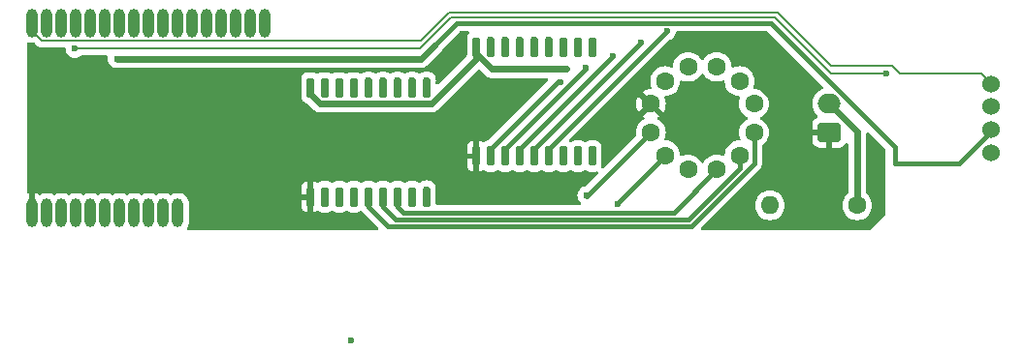
<source format=gbr>
%TF.GenerationSoftware,KiCad,Pcbnew,8.0.3*%
%TF.CreationDate,2024-07-12T14:10:18+09:00*%
%TF.ProjectId,Unit-LD8035E,556e6974-2d4c-4443-9830-3335452e6b69,rev?*%
%TF.SameCoordinates,Original*%
%TF.FileFunction,Copper,L1,Top*%
%TF.FilePolarity,Positive*%
%FSLAX46Y46*%
G04 Gerber Fmt 4.6, Leading zero omitted, Abs format (unit mm)*
G04 Created by KiCad (PCBNEW 8.0.3) date 2024-07-12 14:10:18*
%MOMM*%
%LPD*%
G01*
G04 APERTURE LIST*
G04 Aperture macros list*
%AMRoundRect*
0 Rectangle with rounded corners*
0 $1 Rounding radius*
0 $2 $3 $4 $5 $6 $7 $8 $9 X,Y pos of 4 corners*
0 Add a 4 corners polygon primitive as box body*
4,1,4,$2,$3,$4,$5,$6,$7,$8,$9,$2,$3,0*
0 Add four circle primitives for the rounded corners*
1,1,$1+$1,$2,$3*
1,1,$1+$1,$4,$5*
1,1,$1+$1,$6,$7*
1,1,$1+$1,$8,$9*
0 Add four rect primitives between the rounded corners*
20,1,$1+$1,$2,$3,$4,$5,0*
20,1,$1+$1,$4,$5,$6,$7,0*
20,1,$1+$1,$6,$7,$8,$9,0*
20,1,$1+$1,$8,$9,$2,$3,0*%
G04 Aperture macros list end*
%TA.AperFunction,ComponentPad*%
%ADD10C,1.600000*%
%TD*%
%TA.AperFunction,ComponentPad*%
%ADD11RoundRect,0.500000X-0.008000X0.750000X-0.008000X-0.750000X0.008000X-0.750000X0.008000X0.750000X0*%
%TD*%
%TA.AperFunction,ComponentPad*%
%ADD12RoundRect,0.500000X0.008000X-0.750000X0.008000X0.750000X-0.008000X0.750000X-0.008000X-0.750000X0*%
%TD*%
%TA.AperFunction,SMDPad,CuDef*%
%ADD13RoundRect,0.150000X-0.150000X0.725000X-0.150000X-0.725000X0.150000X-0.725000X0.150000X0.725000X0*%
%TD*%
%TA.AperFunction,ComponentPad*%
%ADD14O,1.600000X1.600000*%
%TD*%
%TA.AperFunction,ComponentPad*%
%ADD15RoundRect,0.250000X0.750000X-0.600000X0.750000X0.600000X-0.750000X0.600000X-0.750000X-0.600000X0*%
%TD*%
%TA.AperFunction,ComponentPad*%
%ADD16O,2.000000X1.700000*%
%TD*%
%TA.AperFunction,ComponentPad*%
%ADD17C,1.524000*%
%TD*%
%TA.AperFunction,ViaPad*%
%ADD18C,0.600000*%
%TD*%
%TA.AperFunction,Conductor*%
%ADD19C,0.400000*%
%TD*%
%TA.AperFunction,Conductor*%
%ADD20C,0.200000*%
%TD*%
%TA.AperFunction,Conductor*%
%ADD21C,0.600000*%
%TD*%
G04 APERTURE END LIST*
D10*
%TO.P,V1,1,dp*%
%TO.N,Net-(U1-OUT1)*%
X137050000Y-96875000D03*
%TO.P,V1,2,GRID*%
%TO.N,Net-(U1-OUT2)*%
X138300000Y-98875000D03*
%TO.P,V1,3,filament*%
%TO.N,Net-(R1-Pad2)*%
X140300000Y-100125000D03*
%TO.P,V1,4,h*%
%TO.N,Net-(U1-OUT3)*%
X142800000Y-100125000D03*
%TO.P,V1,5,b*%
%TO.N,Net-(U1-OUT4)*%
X144800000Y-98875000D03*
%TO.P,V1,6,a*%
%TO.N,Net-(U1-OUT5)*%
X146050000Y-96875000D03*
%TO.P,V1,7,g*%
%TO.N,Net-(U2-OUT4)*%
X146050000Y-94375000D03*
%TO.P,V1,8,f*%
%TO.N,Net-(U2-OUT5)*%
X144800000Y-92375000D03*
%TO.P,V1,9,e*%
%TO.N,Net-(U2-OUT6)*%
X142800000Y-91125000D03*
%TO.P,V1,10,d*%
%TO.N,Net-(U2-OUT7)*%
X140300000Y-91125000D03*
%TO.P,V1,11,c*%
%TO.N,Net-(U2-OUT8)*%
X138300000Y-92375000D03*
%TO.P,V1,12,filament*%
%TO.N,GND*%
X137050000Y-94375000D03*
%TD*%
D11*
%TO.P,U3,1,G1*%
%TO.N,Net-(U2-IN4)*%
X103360000Y-87285000D03*
%TO.P,U3,2,G2*%
%TO.N,Net-(U2-IN5)*%
X102090000Y-87285000D03*
%TO.P,U3,3,G3*%
%TO.N,Net-(U2-IN6)*%
X100820000Y-87285000D03*
%TO.P,U3,4,G4*%
%TO.N,Net-(U2-IN7)*%
X99550000Y-87285000D03*
%TO.P,U3,5,G5*%
%TO.N,Net-(U2-IN8)*%
X98280000Y-87285000D03*
%TO.P,U3,6,G6*%
%TO.N,Net-(U1-IN1)*%
X97010000Y-87285000D03*
%TO.P,U3,7,G7*%
%TO.N,Net-(U1-IN2)*%
X95740000Y-87285000D03*
%TO.P,U3,8,G8*%
%TO.N,Net-(U1-IN3)*%
X94470000Y-87285000D03*
%TO.P,U3,9,G9*%
%TO.N,Net-(U1-IN4)*%
X93200000Y-87285000D03*
%TO.P,U3,10,G10*%
%TO.N,Net-(U1-IN5)*%
X91930000Y-87285000D03*
%TO.P,U3,11,GND*%
%TO.N,GND*%
X90660000Y-87285000D03*
%TO.P,U3,12,G11*%
%TO.N,unconnected-(U3-G11-Pad12)*%
X89390000Y-87285000D03*
%TO.P,U3,13,5V*%
%TO.N,+5V*%
X88120000Y-87285000D03*
%TO.P,U3,14,G12*%
%TO.N,unconnected-(U3-G12-Pad14)*%
X86850000Y-87285000D03*
%TO.P,U3,15,G13/SDA*%
%TO.N,Net-(J1-Pin_3)*%
X85580000Y-87285000D03*
%TO.P,U3,16,G14*%
%TO.N,unconnected-(U3-G14-Pad16)*%
X84310000Y-87285000D03*
%TO.P,U3,17,G15/SCL*%
%TO.N,Net-(J1-Pin_4)*%
X83040000Y-87285000D03*
D12*
%TO.P,U3,18,GND*%
%TO.N,GND*%
X83040000Y-103925000D03*
%TO.P,U3,19,G39*%
%TO.N,unconnected-(U3-G39-Pad19)*%
X84310000Y-103925000D03*
%TO.P,U3,20,G0*%
%TO.N,unconnected-(U3-G0-Pad20)*%
X85580000Y-103925000D03*
%TO.P,U3,21,G40*%
%TO.N,unconnected-(U3-G40-Pad21)*%
X86850000Y-103925000D03*
%TO.P,U3,22,EN*%
%TO.N,unconnected-(U3-EN-Pad22)*%
X88120000Y-103925000D03*
%TO.P,U3,23,G41*%
%TO.N,unconnected-(U3-G41-Pad23)*%
X89390000Y-103925000D03*
%TO.P,U3,24,G44*%
%TO.N,unconnected-(U3-G44-Pad24)*%
X90660000Y-103925000D03*
%TO.P,U3,25,G42*%
%TO.N,unconnected-(U3-G42-Pad25)*%
X91930000Y-103925000D03*
%TO.P,U3,26,G43*%
%TO.N,unconnected-(U3-G43-Pad26)*%
X93200000Y-103925000D03*
%TO.P,U3,27,G46*%
%TO.N,unconnected-(U3-G46-Pad27)*%
X94470000Y-103925000D03*
%TO.P,U3,28,3V3*%
%TO.N,unconnected-(U3-3V3-Pad28)*%
X95740000Y-103925000D03*
%TD*%
D13*
%TO.P,U2,1,IN1*%
%TO.N,unconnected-(U2-IN1-Pad1)*%
X131953000Y-89400000D03*
%TO.P,U2,2,IN2*%
%TO.N,unconnected-(U2-IN2-Pad2)*%
X130683000Y-89400000D03*
%TO.P,U2,3,IN3*%
%TO.N,unconnected-(U2-IN3-Pad3)*%
X129413000Y-89400000D03*
%TO.P,U2,4,IN4*%
%TO.N,Net-(U2-IN4)*%
X128143000Y-89400000D03*
%TO.P,U2,5,IN5*%
%TO.N,Net-(U2-IN5)*%
X126873000Y-89400000D03*
%TO.P,U2,6,IN6*%
%TO.N,Net-(U2-IN6)*%
X125603000Y-89400000D03*
%TO.P,U2,7,IN7*%
%TO.N,Net-(U2-IN7)*%
X124333000Y-89400000D03*
%TO.P,U2,8,IN8*%
%TO.N,Net-(U2-IN8)*%
X123063000Y-89400000D03*
%TO.P,U2,9,VCC*%
%TO.N,+12V*%
X121793000Y-89400000D03*
%TO.P,U2,10,GND*%
%TO.N,GND*%
X121793000Y-98950000D03*
%TO.P,U2,11,OUT8*%
%TO.N,Net-(U2-OUT8)*%
X123063000Y-98950000D03*
%TO.P,U2,12,OUT7*%
%TO.N,Net-(U2-OUT7)*%
X124333000Y-98950000D03*
%TO.P,U2,13,OUT6*%
%TO.N,Net-(U2-OUT6)*%
X125603000Y-98950000D03*
%TO.P,U2,14,OUT5*%
%TO.N,Net-(U2-OUT5)*%
X126873000Y-98950000D03*
%TO.P,U2,15,OUT4*%
%TO.N,Net-(U2-OUT4)*%
X128143000Y-98950000D03*
%TO.P,U2,16,OUT3*%
%TO.N,unconnected-(U2-OUT3-Pad16)*%
X129413000Y-98950000D03*
%TO.P,U2,17,OUT2*%
%TO.N,unconnected-(U2-OUT2-Pad17)*%
X130683000Y-98950000D03*
%TO.P,U2,18,OUT1*%
%TO.N,unconnected-(U2-OUT1-Pad18)*%
X131953000Y-98950000D03*
%TD*%
%TO.P,U1,1,IN1*%
%TO.N,Net-(U1-IN1)*%
X117475000Y-92964000D03*
%TO.P,U1,2,IN2*%
%TO.N,Net-(U1-IN2)*%
X116205000Y-92964000D03*
%TO.P,U1,3,IN3*%
%TO.N,Net-(U1-IN3)*%
X114935000Y-92964000D03*
%TO.P,U1,4,IN4*%
%TO.N,Net-(U1-IN4)*%
X113665000Y-92964000D03*
%TO.P,U1,5,IN5*%
%TO.N,Net-(U1-IN5)*%
X112395000Y-92964000D03*
%TO.P,U1,6,IN6*%
%TO.N,unconnected-(U1-IN6-Pad6)*%
X111125000Y-92964000D03*
%TO.P,U1,7,IN7*%
%TO.N,unconnected-(U1-IN7-Pad7)*%
X109855000Y-92964000D03*
%TO.P,U1,8,IN8*%
%TO.N,unconnected-(U1-IN8-Pad8)*%
X108585000Y-92964000D03*
%TO.P,U1,9,VCC*%
%TO.N,+12V*%
X107315000Y-92964000D03*
%TO.P,U1,10,GND*%
%TO.N,GND*%
X107315000Y-102514000D03*
%TO.P,U1,11,OUT8*%
%TO.N,unconnected-(U1-OUT8-Pad11)*%
X108585000Y-102514000D03*
%TO.P,U1,12,OUT7*%
%TO.N,unconnected-(U1-OUT7-Pad12)*%
X109855000Y-102514000D03*
%TO.P,U1,13,OUT6*%
%TO.N,unconnected-(U1-OUT6-Pad13)*%
X111125000Y-102514000D03*
%TO.P,U1,14,OUT5*%
%TO.N,Net-(U1-OUT5)*%
X112395000Y-102514000D03*
%TO.P,U1,15,OUT4*%
%TO.N,Net-(U1-OUT4)*%
X113665000Y-102514000D03*
%TO.P,U1,16,OUT3*%
%TO.N,Net-(U1-OUT3)*%
X114935000Y-102514000D03*
%TO.P,U1,17,OUT2*%
%TO.N,Net-(U1-OUT2)*%
X116205000Y-102514000D03*
%TO.P,U1,18,OUT1*%
%TO.N,Net-(U1-OUT1)*%
X117475000Y-102514000D03*
%TD*%
D10*
%TO.P,R1,1*%
%TO.N,+12V*%
X155067000Y-103251000D03*
D14*
%TO.P,R1,2*%
%TO.N,Net-(R1-Pad2)*%
X147447000Y-103251000D03*
%TD*%
D15*
%TO.P,J2,1,Pin_1*%
%TO.N,GND*%
X152637000Y-96850000D03*
D16*
%TO.P,J2,2,Pin_2*%
%TO.N,+12V*%
X152637000Y-94350000D03*
%TD*%
D17*
%TO.P,J1,1,Pin_1*%
%TO.N,GND*%
X166725000Y-98625000D03*
%TO.P,J1,2,Pin_2*%
%TO.N,+5V*%
X166725000Y-96625000D03*
%TO.P,J1,3,Pin_3*%
%TO.N,Net-(J1-Pin_3)*%
X166725000Y-94625000D03*
%TO.P,J1,4,Pin_4*%
%TO.N,Net-(J1-Pin_4)*%
X166725000Y-92625000D03*
%TD*%
D18*
%TO.N,*%
X110871000Y-115062000D03*
%TO.N,GND*%
X97409000Y-101600000D03*
X103251000Y-103124000D03*
X98044000Y-98171000D03*
X104648000Y-97917000D03*
X107696000Y-99822000D03*
X84963000Y-92075000D03*
X84963000Y-97790000D03*
X86868000Y-93472000D03*
X91313000Y-100457000D03*
X87757000Y-99949000D03*
X90932000Y-93726000D03*
X93345000Y-97155000D03*
X95250000Y-100838000D03*
X96647000Y-94107000D03*
X102235000Y-100965000D03*
X101981000Y-95377000D03*
X110236000Y-96520000D03*
X113030000Y-100076000D03*
X117221000Y-96520000D03*
X121666000Y-93599000D03*
X124079000Y-93345000D03*
X134747000Y-94615000D03*
X134239000Y-96901000D03*
X151384000Y-102870000D03*
X151892000Y-100584000D03*
X147066000Y-100965000D03*
X149225000Y-98679000D03*
X148971000Y-93472000D03*
X156718000Y-99568000D03*
%TO.N,+5V*%
X90424000Y-90424000D03*
%TO.N,Net-(J1-Pin_3)*%
X86741000Y-89535000D03*
X157607000Y-91694000D03*
%TO.N,+12V*%
X129667000Y-91313000D03*
%TO.N,Net-(U1-OUT1)*%
X131445000Y-102362000D03*
%TO.N,Net-(U1-OUT2)*%
X134112000Y-103124000D03*
%TO.N,Net-(U1-OUT1)*%
X117475000Y-101854000D03*
%TO.N,Net-(U1-OUT2)*%
X116205000Y-103124000D03*
%TO.N,Net-(U2-OUT4)*%
X138430000Y-88011000D03*
%TO.N,Net-(U2-OUT5)*%
X136144000Y-89027000D03*
%TO.N,Net-(U2-OUT6)*%
X133731000Y-90170000D03*
%TO.N,Net-(U2-OUT7)*%
X131318000Y-91186000D03*
%TO.N,Net-(U2-OUT8)*%
X129159000Y-92456000D03*
%TO.N,Net-(U1-IN5)*%
X112395000Y-92329000D03*
%TO.N,Net-(U1-IN4)*%
X113665000Y-92329000D03*
%TO.N,Net-(U1-IN3)*%
X114935000Y-92329000D03*
%TO.N,Net-(U1-IN2)*%
X116205000Y-92329000D03*
%TO.N,Net-(U1-IN1)*%
X117475000Y-92329000D03*
%TO.N,Net-(U2-IN8)*%
X123063000Y-88773000D03*
%TO.N,Net-(U2-IN7)*%
X124333000Y-88773000D03*
%TO.N,Net-(U2-IN6)*%
X125603000Y-88773000D03*
%TO.N,Net-(U2-IN5)*%
X126873000Y-88773000D03*
%TO.N,Net-(U2-IN4)*%
X128143000Y-88773000D03*
%TD*%
D19*
%TO.N,+5V*%
X147515767Y-87311000D02*
X120080000Y-87311000D01*
X158374800Y-99593400D02*
X158374800Y-98170033D01*
X163939700Y-99593400D02*
X158374800Y-99593400D01*
X166802800Y-96611400D02*
X166802800Y-96730300D01*
X166802800Y-96730300D02*
X163939700Y-99593400D01*
X158374800Y-98170033D02*
X147515767Y-87311000D01*
X120080000Y-87311000D02*
X118110000Y-89281000D01*
D20*
%TO.N,Net-(J1-Pin_4)*%
X116974314Y-88835000D02*
X83890000Y-88835000D01*
X119398314Y-86411000D02*
X116974314Y-88835000D01*
X83890000Y-88835000D02*
X83040000Y-87985000D01*
X148133000Y-86411000D02*
X119398314Y-86411000D01*
X152781000Y-91059000D02*
X148133000Y-86411000D01*
X158775400Y-91719400D02*
X158115000Y-91059000D01*
X165910800Y-91719400D02*
X158775400Y-91719400D01*
X158115000Y-91059000D02*
X152781000Y-91059000D01*
X166802800Y-92611400D02*
X165910800Y-91719400D01*
%TO.N,Net-(J1-Pin_3)*%
X116840000Y-89535000D02*
X119564000Y-86811000D01*
D21*
%TO.N,+5V*%
X116967000Y-90424000D02*
X118110000Y-89281000D01*
X90424000Y-90424000D02*
X116967000Y-90424000D01*
D20*
%TO.N,Net-(J1-Pin_3)*%
X116840000Y-89535000D02*
X86741000Y-89535000D01*
X147898000Y-86811000D02*
X119564000Y-86811000D01*
X152781000Y-91694000D02*
X147898000Y-86811000D01*
X157607000Y-91694000D02*
X152781000Y-91694000D01*
D21*
%TO.N,+12V*%
X108161606Y-94339000D02*
X107315000Y-93492394D01*
X117898394Y-94339000D02*
X108161606Y-94339000D01*
X107315000Y-93492394D02*
X107315000Y-92964000D01*
X121793000Y-90444394D02*
X117898394Y-94339000D01*
X121793000Y-89400000D02*
X121793000Y-90444394D01*
X123177606Y-91313000D02*
X121793000Y-89928394D01*
X121793000Y-89928394D02*
X121793000Y-89400000D01*
X129667000Y-91313000D02*
X123177606Y-91313000D01*
X155067000Y-96780000D02*
X152637000Y-94350000D01*
X155067000Y-103251000D02*
X155067000Y-96780000D01*
D19*
%TO.N,Net-(U1-OUT1)*%
X131445000Y-102480000D02*
X131436000Y-102489000D01*
X131445000Y-102362000D02*
X131445000Y-102480000D01*
X131563000Y-102362000D02*
X131445000Y-102362000D01*
%TO.N,Net-(U1-OUT2)*%
X134051000Y-103124000D02*
X134051000Y-103124000D01*
X134112000Y-103124000D02*
X134051000Y-103124000D01*
X134112000Y-103063000D02*
X134112000Y-103124000D01*
X138300000Y-98875000D02*
X134112000Y-103063000D01*
%TO.N,Net-(U1-OUT1)*%
X137050000Y-96875000D02*
X131563000Y-102362000D01*
%TO.N,Net-(U1-OUT5)*%
X146050000Y-99604898D02*
X146050000Y-96875000D01*
X114092001Y-105086000D02*
X140568898Y-105086000D01*
X112395000Y-102514000D02*
X112395000Y-103388999D01*
X112395000Y-103388999D02*
X114092001Y-105086000D01*
X140568898Y-105086000D02*
X146050000Y-99604898D01*
%TO.N,Net-(U1-OUT4)*%
X113665000Y-103388999D02*
X113665000Y-102514000D01*
X114762001Y-104486000D02*
X113665000Y-103388999D01*
X144800000Y-100006370D02*
X140320370Y-104486000D01*
X140320370Y-104486000D02*
X114762001Y-104486000D01*
X144800000Y-98875000D02*
X144800000Y-100006370D01*
%TO.N,Net-(U1-OUT3)*%
X114935000Y-103388999D02*
X115432001Y-103886000D01*
X114935000Y-102514000D02*
X114935000Y-103388999D01*
X115432001Y-103886000D02*
X139039000Y-103886000D01*
X139039000Y-103886000D02*
X142800000Y-100125000D01*
%TO.N,Net-(U2-OUT4)*%
X128143000Y-98298000D02*
X138430000Y-88011000D01*
X138430000Y-88011000D02*
X138303000Y-88138000D01*
%TO.N,Net-(U2-OUT5)*%
X126873000Y-98298000D02*
X136144000Y-89027000D01*
%TO.N,Net-(U2-OUT6)*%
X125603000Y-98298000D02*
X133731000Y-90170000D01*
%TO.N,Net-(U2-OUT7)*%
X131318000Y-91313000D02*
X131318000Y-91186000D01*
X124333000Y-98298000D02*
X131318000Y-91313000D01*
%TO.N,Net-(U2-OUT8)*%
X128905000Y-92456000D02*
X129159000Y-92456000D01*
X123063000Y-98298000D02*
X128905000Y-92456000D01*
%TD*%
%TA.AperFunction,Conductor*%
%TO.N,GND*%
G36*
X121154230Y-88031185D02*
G01*
X121199985Y-88083989D01*
X121209929Y-88153147D01*
X121180904Y-88216703D01*
X121174872Y-88223181D01*
X121124923Y-88273129D01*
X121124917Y-88273137D01*
X121041255Y-88414603D01*
X121041254Y-88414606D01*
X120995402Y-88572426D01*
X120995401Y-88572432D01*
X120992500Y-88609298D01*
X120992500Y-90061454D01*
X120972815Y-90128493D01*
X120956181Y-90149135D01*
X118487181Y-92618135D01*
X118425858Y-92651620D01*
X118356166Y-92646636D01*
X118300233Y-92604764D01*
X118275816Y-92539300D01*
X118275500Y-92530454D01*
X118275500Y-92380914D01*
X118276280Y-92367029D01*
X118280565Y-92329001D01*
X118280565Y-92328998D01*
X118276280Y-92290969D01*
X118275500Y-92277085D01*
X118275500Y-92173313D01*
X118275499Y-92173298D01*
X118272598Y-92136432D01*
X118272597Y-92136426D01*
X118226745Y-91978606D01*
X118226744Y-91978603D01*
X118226744Y-91978602D01*
X118143081Y-91837135D01*
X118143079Y-91837133D01*
X118143076Y-91837129D01*
X118026870Y-91720923D01*
X118026861Y-91720916D01*
X117885401Y-91637257D01*
X117878243Y-91634160D01*
X117878526Y-91633505D01*
X117858247Y-91624401D01*
X117824520Y-91603209D01*
X117654262Y-91543633D01*
X117654249Y-91543630D01*
X117475004Y-91523435D01*
X117474996Y-91523435D01*
X117295750Y-91543630D01*
X117295737Y-91543633D01*
X117125487Y-91603206D01*
X117125480Y-91603210D01*
X117125478Y-91603211D01*
X117091753Y-91624401D01*
X117091750Y-91624403D01*
X117071480Y-91633501D01*
X117071764Y-91634156D01*
X117064602Y-91637255D01*
X116923137Y-91720917D01*
X116916969Y-91725702D01*
X116915072Y-91723256D01*
X116866358Y-91749857D01*
X116796666Y-91744873D01*
X116764296Y-91724069D01*
X116763031Y-91725702D01*
X116756861Y-91720916D01*
X116615401Y-91637257D01*
X116608243Y-91634160D01*
X116608526Y-91633505D01*
X116588247Y-91624401D01*
X116554520Y-91603209D01*
X116384262Y-91543633D01*
X116384249Y-91543630D01*
X116205004Y-91523435D01*
X116204996Y-91523435D01*
X116025750Y-91543630D01*
X116025737Y-91543633D01*
X115855487Y-91603206D01*
X115855480Y-91603210D01*
X115855478Y-91603211D01*
X115821753Y-91624401D01*
X115821750Y-91624403D01*
X115801480Y-91633501D01*
X115801764Y-91634156D01*
X115794602Y-91637255D01*
X115653137Y-91720917D01*
X115646969Y-91725702D01*
X115645072Y-91723256D01*
X115596358Y-91749857D01*
X115526666Y-91744873D01*
X115494296Y-91724069D01*
X115493031Y-91725702D01*
X115486861Y-91720916D01*
X115345401Y-91637257D01*
X115338243Y-91634160D01*
X115338526Y-91633505D01*
X115318247Y-91624401D01*
X115284520Y-91603209D01*
X115114262Y-91543633D01*
X115114249Y-91543630D01*
X114935004Y-91523435D01*
X114934996Y-91523435D01*
X114755750Y-91543630D01*
X114755737Y-91543633D01*
X114585487Y-91603206D01*
X114585480Y-91603210D01*
X114585478Y-91603211D01*
X114551753Y-91624401D01*
X114551750Y-91624403D01*
X114531480Y-91633501D01*
X114531764Y-91634156D01*
X114524602Y-91637255D01*
X114383137Y-91720917D01*
X114376969Y-91725702D01*
X114375072Y-91723256D01*
X114326358Y-91749857D01*
X114256666Y-91744873D01*
X114224296Y-91724069D01*
X114223031Y-91725702D01*
X114216861Y-91720916D01*
X114075401Y-91637257D01*
X114068243Y-91634160D01*
X114068526Y-91633505D01*
X114048247Y-91624401D01*
X114014520Y-91603209D01*
X113844262Y-91543633D01*
X113844249Y-91543630D01*
X113665004Y-91523435D01*
X113664996Y-91523435D01*
X113485750Y-91543630D01*
X113485737Y-91543633D01*
X113315487Y-91603206D01*
X113315480Y-91603210D01*
X113315478Y-91603211D01*
X113281753Y-91624401D01*
X113281750Y-91624403D01*
X113261480Y-91633501D01*
X113261764Y-91634156D01*
X113254602Y-91637255D01*
X113113137Y-91720917D01*
X113106969Y-91725702D01*
X113105072Y-91723256D01*
X113056358Y-91749857D01*
X112986666Y-91744873D01*
X112954296Y-91724069D01*
X112953031Y-91725702D01*
X112946861Y-91720916D01*
X112805401Y-91637257D01*
X112798243Y-91634160D01*
X112798526Y-91633505D01*
X112778247Y-91624401D01*
X112744520Y-91603209D01*
X112574262Y-91543633D01*
X112574249Y-91543630D01*
X112395004Y-91523435D01*
X112394996Y-91523435D01*
X112215750Y-91543630D01*
X112215737Y-91543633D01*
X112045487Y-91603206D01*
X112045480Y-91603210D01*
X112045478Y-91603211D01*
X112011753Y-91624401D01*
X112011750Y-91624403D01*
X111991480Y-91633501D01*
X111991764Y-91634156D01*
X111984602Y-91637255D01*
X111843137Y-91720917D01*
X111836969Y-91725702D01*
X111835072Y-91723256D01*
X111786358Y-91749857D01*
X111716666Y-91744873D01*
X111684296Y-91724069D01*
X111683031Y-91725702D01*
X111676862Y-91720917D01*
X111598681Y-91674681D01*
X111535398Y-91637256D01*
X111535397Y-91637255D01*
X111535396Y-91637255D01*
X111535393Y-91637254D01*
X111377573Y-91591402D01*
X111377567Y-91591401D01*
X111340701Y-91588500D01*
X111340694Y-91588500D01*
X110909306Y-91588500D01*
X110909298Y-91588500D01*
X110872432Y-91591401D01*
X110872426Y-91591402D01*
X110714606Y-91637254D01*
X110714603Y-91637255D01*
X110573137Y-91720917D01*
X110566969Y-91725702D01*
X110565072Y-91723256D01*
X110516358Y-91749857D01*
X110446666Y-91744873D01*
X110414296Y-91724069D01*
X110413031Y-91725702D01*
X110406862Y-91720917D01*
X110328681Y-91674681D01*
X110265398Y-91637256D01*
X110265397Y-91637255D01*
X110265396Y-91637255D01*
X110265393Y-91637254D01*
X110107573Y-91591402D01*
X110107567Y-91591401D01*
X110070701Y-91588500D01*
X110070694Y-91588500D01*
X109639306Y-91588500D01*
X109639298Y-91588500D01*
X109602432Y-91591401D01*
X109602426Y-91591402D01*
X109444606Y-91637254D01*
X109444603Y-91637255D01*
X109303137Y-91720917D01*
X109296969Y-91725702D01*
X109295072Y-91723256D01*
X109246358Y-91749857D01*
X109176666Y-91744873D01*
X109144296Y-91724069D01*
X109143031Y-91725702D01*
X109136862Y-91720917D01*
X109058681Y-91674681D01*
X108995398Y-91637256D01*
X108995397Y-91637255D01*
X108995396Y-91637255D01*
X108995393Y-91637254D01*
X108837573Y-91591402D01*
X108837567Y-91591401D01*
X108800701Y-91588500D01*
X108800694Y-91588500D01*
X108369306Y-91588500D01*
X108369298Y-91588500D01*
X108332432Y-91591401D01*
X108332426Y-91591402D01*
X108174606Y-91637254D01*
X108174603Y-91637255D01*
X108033137Y-91720917D01*
X108026969Y-91725702D01*
X108025072Y-91723256D01*
X107976358Y-91749857D01*
X107906666Y-91744873D01*
X107874296Y-91724069D01*
X107873031Y-91725702D01*
X107866862Y-91720917D01*
X107788681Y-91674681D01*
X107725398Y-91637256D01*
X107725397Y-91637255D01*
X107725396Y-91637255D01*
X107725393Y-91637254D01*
X107567573Y-91591402D01*
X107567567Y-91591401D01*
X107530701Y-91588500D01*
X107530694Y-91588500D01*
X107099306Y-91588500D01*
X107099298Y-91588500D01*
X107062432Y-91591401D01*
X107062426Y-91591402D01*
X106904606Y-91637254D01*
X106904603Y-91637255D01*
X106763137Y-91720917D01*
X106763129Y-91720923D01*
X106646923Y-91837129D01*
X106646917Y-91837137D01*
X106563255Y-91978603D01*
X106563254Y-91978606D01*
X106517402Y-92136426D01*
X106517401Y-92136432D01*
X106514500Y-92173298D01*
X106514500Y-93754701D01*
X106517401Y-93791567D01*
X106517402Y-93791573D01*
X106563254Y-93949393D01*
X106563255Y-93949396D01*
X106646917Y-94090862D01*
X106646923Y-94090870D01*
X106763129Y-94207076D01*
X106763133Y-94207079D01*
X106763135Y-94207081D01*
X106904602Y-94290744D01*
X106982096Y-94313258D01*
X107035180Y-94344652D01*
X107651313Y-94960786D01*
X107651317Y-94960789D01*
X107782420Y-95048390D01*
X107782424Y-95048392D01*
X107782427Y-95048394D01*
X107928109Y-95108738D01*
X108082759Y-95139499D01*
X108082763Y-95139500D01*
X108082764Y-95139500D01*
X117977238Y-95139500D01*
X117977239Y-95139499D01*
X118131891Y-95108737D01*
X118244560Y-95062067D01*
X118277566Y-95048397D01*
X118277566Y-95048396D01*
X118277573Y-95048394D01*
X118408683Y-94960789D01*
X121963320Y-91406151D01*
X122024641Y-91372668D01*
X122094333Y-91377652D01*
X122138680Y-91406153D01*
X122667313Y-91934786D01*
X122667317Y-91934789D01*
X122798420Y-92022390D01*
X122798424Y-92022392D01*
X122798427Y-92022394D01*
X122944109Y-92082738D01*
X123098759Y-92113499D01*
X123098763Y-92113500D01*
X123098764Y-92113500D01*
X127957481Y-92113500D01*
X128024520Y-92133185D01*
X128070275Y-92185989D01*
X128080219Y-92255147D01*
X128051194Y-92318703D01*
X128045162Y-92325181D01*
X122808290Y-97562051D01*
X122755205Y-97593446D01*
X122652604Y-97623254D01*
X122652603Y-97623255D01*
X122511140Y-97706915D01*
X122504974Y-97711699D01*
X122503174Y-97709379D01*
X122453913Y-97736230D01*
X122384225Y-97731193D01*
X122351992Y-97710461D01*
X122350722Y-97712100D01*
X122344552Y-97707314D01*
X122203196Y-97623717D01*
X122203193Y-97623716D01*
X122045494Y-97577900D01*
X122045497Y-97577900D01*
X122043000Y-97577703D01*
X122043000Y-100322295D01*
X122043001Y-100322295D01*
X122045486Y-100322100D01*
X122203198Y-100276281D01*
X122344550Y-100192686D01*
X122350717Y-100187903D01*
X122352630Y-100190369D01*
X122401222Y-100163802D01*
X122470917Y-100168749D01*
X122503762Y-100189853D01*
X122504969Y-100188298D01*
X122511132Y-100193078D01*
X122511135Y-100193081D01*
X122652602Y-100276744D01*
X122694224Y-100288836D01*
X122810426Y-100322597D01*
X122810429Y-100322597D01*
X122810431Y-100322598D01*
X122847306Y-100325500D01*
X122847314Y-100325500D01*
X123278686Y-100325500D01*
X123278694Y-100325500D01*
X123315569Y-100322598D01*
X123315571Y-100322597D01*
X123315573Y-100322597D01*
X123357191Y-100310505D01*
X123473398Y-100276744D01*
X123614865Y-100193081D01*
X123614870Y-100193075D01*
X123621031Y-100188298D01*
X123622933Y-100190750D01*
X123671579Y-100164155D01*
X123741274Y-100169104D01*
X123773695Y-100189940D01*
X123774969Y-100188298D01*
X123781132Y-100193078D01*
X123781135Y-100193081D01*
X123922602Y-100276744D01*
X123964224Y-100288836D01*
X124080426Y-100322597D01*
X124080429Y-100322597D01*
X124080431Y-100322598D01*
X124117306Y-100325500D01*
X124117314Y-100325500D01*
X124548686Y-100325500D01*
X124548694Y-100325500D01*
X124585569Y-100322598D01*
X124585571Y-100322597D01*
X124585573Y-100322597D01*
X124627191Y-100310505D01*
X124743398Y-100276744D01*
X124884865Y-100193081D01*
X124884870Y-100193075D01*
X124891031Y-100188298D01*
X124892933Y-100190750D01*
X124941579Y-100164155D01*
X125011274Y-100169104D01*
X125043695Y-100189940D01*
X125044969Y-100188298D01*
X125051132Y-100193078D01*
X125051135Y-100193081D01*
X125192602Y-100276744D01*
X125234224Y-100288836D01*
X125350426Y-100322597D01*
X125350429Y-100322597D01*
X125350431Y-100322598D01*
X125387306Y-100325500D01*
X125387314Y-100325500D01*
X125818686Y-100325500D01*
X125818694Y-100325500D01*
X125855569Y-100322598D01*
X125855571Y-100322597D01*
X125855573Y-100322597D01*
X125897191Y-100310505D01*
X126013398Y-100276744D01*
X126154865Y-100193081D01*
X126154870Y-100193075D01*
X126161031Y-100188298D01*
X126162933Y-100190750D01*
X126211579Y-100164155D01*
X126281274Y-100169104D01*
X126313695Y-100189940D01*
X126314969Y-100188298D01*
X126321132Y-100193078D01*
X126321135Y-100193081D01*
X126462602Y-100276744D01*
X126504224Y-100288836D01*
X126620426Y-100322597D01*
X126620429Y-100322597D01*
X126620431Y-100322598D01*
X126657306Y-100325500D01*
X126657314Y-100325500D01*
X127088686Y-100325500D01*
X127088694Y-100325500D01*
X127125569Y-100322598D01*
X127125571Y-100322597D01*
X127125573Y-100322597D01*
X127167191Y-100310505D01*
X127283398Y-100276744D01*
X127424865Y-100193081D01*
X127424870Y-100193075D01*
X127431031Y-100188298D01*
X127432933Y-100190750D01*
X127481579Y-100164155D01*
X127551274Y-100169104D01*
X127583695Y-100189940D01*
X127584969Y-100188298D01*
X127591132Y-100193078D01*
X127591135Y-100193081D01*
X127732602Y-100276744D01*
X127774224Y-100288836D01*
X127890426Y-100322597D01*
X127890429Y-100322597D01*
X127890431Y-100322598D01*
X127927306Y-100325500D01*
X127927314Y-100325500D01*
X128358686Y-100325500D01*
X128358694Y-100325500D01*
X128395569Y-100322598D01*
X128395571Y-100322597D01*
X128395573Y-100322597D01*
X128437191Y-100310505D01*
X128553398Y-100276744D01*
X128694865Y-100193081D01*
X128694870Y-100193075D01*
X128701031Y-100188298D01*
X128702933Y-100190750D01*
X128751579Y-100164155D01*
X128821274Y-100169104D01*
X128853695Y-100189940D01*
X128854969Y-100188298D01*
X128861132Y-100193078D01*
X128861135Y-100193081D01*
X129002602Y-100276744D01*
X129044224Y-100288836D01*
X129160426Y-100322597D01*
X129160429Y-100322597D01*
X129160431Y-100322598D01*
X129197306Y-100325500D01*
X129197314Y-100325500D01*
X129628686Y-100325500D01*
X129628694Y-100325500D01*
X129665569Y-100322598D01*
X129665571Y-100322597D01*
X129665573Y-100322597D01*
X129707191Y-100310505D01*
X129823398Y-100276744D01*
X129964865Y-100193081D01*
X129964870Y-100193075D01*
X129971031Y-100188298D01*
X129972933Y-100190750D01*
X130021579Y-100164155D01*
X130091274Y-100169104D01*
X130123695Y-100189940D01*
X130124969Y-100188298D01*
X130131132Y-100193078D01*
X130131135Y-100193081D01*
X130272602Y-100276744D01*
X130314224Y-100288836D01*
X130430426Y-100322597D01*
X130430429Y-100322597D01*
X130430431Y-100322598D01*
X130467306Y-100325500D01*
X130467314Y-100325500D01*
X130898686Y-100325500D01*
X130898694Y-100325500D01*
X130935569Y-100322598D01*
X130935571Y-100322597D01*
X130935573Y-100322597D01*
X130977191Y-100310505D01*
X131093398Y-100276744D01*
X131234865Y-100193081D01*
X131234870Y-100193075D01*
X131241031Y-100188298D01*
X131242933Y-100190750D01*
X131291579Y-100164155D01*
X131361274Y-100169104D01*
X131393695Y-100189940D01*
X131394969Y-100188298D01*
X131401132Y-100193078D01*
X131401135Y-100193081D01*
X131542602Y-100276744D01*
X131584224Y-100288836D01*
X131700426Y-100322597D01*
X131700429Y-100322597D01*
X131700431Y-100322598D01*
X131737306Y-100325500D01*
X131737314Y-100325500D01*
X132168686Y-100325500D01*
X132168694Y-100325500D01*
X132205569Y-100322598D01*
X132314301Y-100291008D01*
X132384168Y-100291207D01*
X132442839Y-100329148D01*
X132471683Y-100392786D01*
X132461542Y-100461916D01*
X132436576Y-100497765D01*
X131400069Y-101534272D01*
X131338746Y-101567757D01*
X131326273Y-101569811D01*
X131265750Y-101576630D01*
X131095478Y-101636210D01*
X130942737Y-101732184D01*
X130815184Y-101859737D01*
X130719211Y-102012476D01*
X130659631Y-102182745D01*
X130659630Y-102182750D01*
X130639435Y-102361996D01*
X130639435Y-102362003D01*
X130659630Y-102541249D01*
X130659631Y-102541254D01*
X130719211Y-102711523D01*
X130815184Y-102864262D01*
X130924741Y-102973819D01*
X130958226Y-103035142D01*
X130953242Y-103104834D01*
X130911370Y-103160767D01*
X130845906Y-103185184D01*
X130837060Y-103185500D01*
X118399500Y-103185500D01*
X118332461Y-103165815D01*
X118286706Y-103113011D01*
X118275500Y-103061500D01*
X118275500Y-101905914D01*
X118276280Y-101892029D01*
X118280565Y-101854001D01*
X118280565Y-101853998D01*
X118276280Y-101815969D01*
X118275500Y-101802085D01*
X118275500Y-101723313D01*
X118275499Y-101723298D01*
X118272598Y-101686432D01*
X118272597Y-101686426D01*
X118226745Y-101528606D01*
X118226744Y-101528603D01*
X118226744Y-101528602D01*
X118143081Y-101387135D01*
X118143079Y-101387133D01*
X118143076Y-101387129D01*
X118026864Y-101270917D01*
X118020703Y-101266138D01*
X118021276Y-101265398D01*
X118008768Y-101255690D01*
X117977262Y-101224184D01*
X117824523Y-101128211D01*
X117654254Y-101068631D01*
X117654249Y-101068630D01*
X117475004Y-101048435D01*
X117474996Y-101048435D01*
X117295750Y-101068630D01*
X117295745Y-101068631D01*
X117125476Y-101128211D01*
X116972738Y-101224184D01*
X116972735Y-101224186D01*
X116941226Y-101255695D01*
X116928724Y-101265398D01*
X116929298Y-101266138D01*
X116916975Y-101275698D01*
X116915085Y-101273262D01*
X116866295Y-101299871D01*
X116796606Y-101294850D01*
X116764294Y-101274072D01*
X116763031Y-101275702D01*
X116756862Y-101270917D01*
X116677840Y-101224184D01*
X116615398Y-101187256D01*
X116615397Y-101187255D01*
X116615396Y-101187255D01*
X116615393Y-101187254D01*
X116457573Y-101141402D01*
X116457567Y-101141401D01*
X116420701Y-101138500D01*
X116420694Y-101138500D01*
X115989306Y-101138500D01*
X115989298Y-101138500D01*
X115952432Y-101141401D01*
X115952426Y-101141402D01*
X115794606Y-101187254D01*
X115794603Y-101187255D01*
X115653137Y-101270917D01*
X115646969Y-101275702D01*
X115645072Y-101273256D01*
X115596358Y-101299857D01*
X115526666Y-101294873D01*
X115494296Y-101274069D01*
X115493031Y-101275702D01*
X115486862Y-101270917D01*
X115407840Y-101224184D01*
X115345398Y-101187256D01*
X115345397Y-101187255D01*
X115345396Y-101187255D01*
X115345393Y-101187254D01*
X115187573Y-101141402D01*
X115187567Y-101141401D01*
X115150701Y-101138500D01*
X115150694Y-101138500D01*
X114719306Y-101138500D01*
X114719298Y-101138500D01*
X114682432Y-101141401D01*
X114682426Y-101141402D01*
X114524606Y-101187254D01*
X114524603Y-101187255D01*
X114383137Y-101270917D01*
X114376969Y-101275702D01*
X114375072Y-101273256D01*
X114326358Y-101299857D01*
X114256666Y-101294873D01*
X114224296Y-101274069D01*
X114223031Y-101275702D01*
X114216862Y-101270917D01*
X114137840Y-101224184D01*
X114075398Y-101187256D01*
X114075397Y-101187255D01*
X114075396Y-101187255D01*
X114075393Y-101187254D01*
X113917573Y-101141402D01*
X113917567Y-101141401D01*
X113880701Y-101138500D01*
X113880694Y-101138500D01*
X113449306Y-101138500D01*
X113449298Y-101138500D01*
X113412432Y-101141401D01*
X113412426Y-101141402D01*
X113254606Y-101187254D01*
X113254603Y-101187255D01*
X113113137Y-101270917D01*
X113106969Y-101275702D01*
X113105072Y-101273256D01*
X113056358Y-101299857D01*
X112986666Y-101294873D01*
X112954296Y-101274069D01*
X112953031Y-101275702D01*
X112946862Y-101270917D01*
X112867840Y-101224184D01*
X112805398Y-101187256D01*
X112805397Y-101187255D01*
X112805396Y-101187255D01*
X112805393Y-101187254D01*
X112647573Y-101141402D01*
X112647567Y-101141401D01*
X112610701Y-101138500D01*
X112610694Y-101138500D01*
X112179306Y-101138500D01*
X112179298Y-101138500D01*
X112142432Y-101141401D01*
X112142426Y-101141402D01*
X111984606Y-101187254D01*
X111984603Y-101187255D01*
X111843137Y-101270917D01*
X111836969Y-101275702D01*
X111835072Y-101273256D01*
X111786358Y-101299857D01*
X111716666Y-101294873D01*
X111684296Y-101274069D01*
X111683031Y-101275702D01*
X111676862Y-101270917D01*
X111597840Y-101224184D01*
X111535398Y-101187256D01*
X111535397Y-101187255D01*
X111535396Y-101187255D01*
X111535393Y-101187254D01*
X111377573Y-101141402D01*
X111377567Y-101141401D01*
X111340701Y-101138500D01*
X111340694Y-101138500D01*
X110909306Y-101138500D01*
X110909298Y-101138500D01*
X110872432Y-101141401D01*
X110872426Y-101141402D01*
X110714606Y-101187254D01*
X110714603Y-101187255D01*
X110573137Y-101270917D01*
X110566969Y-101275702D01*
X110565072Y-101273256D01*
X110516358Y-101299857D01*
X110446666Y-101294873D01*
X110414296Y-101274069D01*
X110413031Y-101275702D01*
X110406862Y-101270917D01*
X110327840Y-101224184D01*
X110265398Y-101187256D01*
X110265397Y-101187255D01*
X110265396Y-101187255D01*
X110265393Y-101187254D01*
X110107573Y-101141402D01*
X110107567Y-101141401D01*
X110070701Y-101138500D01*
X110070694Y-101138500D01*
X109639306Y-101138500D01*
X109639298Y-101138500D01*
X109602432Y-101141401D01*
X109602426Y-101141402D01*
X109444606Y-101187254D01*
X109444603Y-101187255D01*
X109303137Y-101270917D01*
X109296969Y-101275702D01*
X109295072Y-101273256D01*
X109246358Y-101299857D01*
X109176666Y-101294873D01*
X109144296Y-101274069D01*
X109143031Y-101275702D01*
X109136862Y-101270917D01*
X109057840Y-101224184D01*
X108995398Y-101187256D01*
X108995397Y-101187255D01*
X108995396Y-101187255D01*
X108995393Y-101187254D01*
X108837573Y-101141402D01*
X108837567Y-101141401D01*
X108800701Y-101138500D01*
X108800694Y-101138500D01*
X108369306Y-101138500D01*
X108369298Y-101138500D01*
X108332432Y-101141401D01*
X108332426Y-101141402D01*
X108174606Y-101187254D01*
X108174603Y-101187255D01*
X108033140Y-101270915D01*
X108026974Y-101275699D01*
X108025174Y-101273379D01*
X107975913Y-101300230D01*
X107906225Y-101295193D01*
X107873992Y-101274461D01*
X107872722Y-101276100D01*
X107866552Y-101271314D01*
X107725196Y-101187717D01*
X107725193Y-101187716D01*
X107567494Y-101141900D01*
X107567497Y-101141900D01*
X107565000Y-101141703D01*
X107565000Y-103886295D01*
X107565001Y-103886295D01*
X107567486Y-103886100D01*
X107725198Y-103840281D01*
X107866550Y-103756686D01*
X107872717Y-103751903D01*
X107874630Y-103754369D01*
X107923222Y-103727802D01*
X107992917Y-103732749D01*
X108025762Y-103753853D01*
X108026969Y-103752298D01*
X108033132Y-103757078D01*
X108033135Y-103757081D01*
X108174602Y-103840744D01*
X108216224Y-103852836D01*
X108332426Y-103886597D01*
X108332429Y-103886597D01*
X108332431Y-103886598D01*
X108369306Y-103889500D01*
X108369314Y-103889500D01*
X108800686Y-103889500D01*
X108800694Y-103889500D01*
X108837569Y-103886598D01*
X108837571Y-103886597D01*
X108837573Y-103886597D01*
X108879191Y-103874505D01*
X108995398Y-103840744D01*
X109136865Y-103757081D01*
X109136870Y-103757075D01*
X109143031Y-103752298D01*
X109144933Y-103754750D01*
X109193579Y-103728155D01*
X109263274Y-103733104D01*
X109295695Y-103753940D01*
X109296969Y-103752298D01*
X109303132Y-103757078D01*
X109303135Y-103757081D01*
X109444602Y-103840744D01*
X109486224Y-103852836D01*
X109602426Y-103886597D01*
X109602429Y-103886597D01*
X109602431Y-103886598D01*
X109639306Y-103889500D01*
X109639314Y-103889500D01*
X110070686Y-103889500D01*
X110070694Y-103889500D01*
X110107569Y-103886598D01*
X110107571Y-103886597D01*
X110107573Y-103886597D01*
X110149191Y-103874505D01*
X110265398Y-103840744D01*
X110406865Y-103757081D01*
X110406870Y-103757075D01*
X110413031Y-103752298D01*
X110414933Y-103754750D01*
X110463579Y-103728155D01*
X110533274Y-103733104D01*
X110565695Y-103753940D01*
X110566969Y-103752298D01*
X110573132Y-103757078D01*
X110573135Y-103757081D01*
X110714602Y-103840744D01*
X110756224Y-103852836D01*
X110872426Y-103886597D01*
X110872429Y-103886597D01*
X110872431Y-103886598D01*
X110909306Y-103889500D01*
X110909314Y-103889500D01*
X111340686Y-103889500D01*
X111340694Y-103889500D01*
X111377569Y-103886598D01*
X111377571Y-103886597D01*
X111377573Y-103886597D01*
X111419191Y-103874505D01*
X111535398Y-103840744D01*
X111663002Y-103765279D01*
X111730724Y-103748097D01*
X111796986Y-103770257D01*
X111829224Y-103803122D01*
X111850887Y-103835544D01*
X111850888Y-103835545D01*
X113213663Y-105198319D01*
X113247148Y-105259642D01*
X113242164Y-105329334D01*
X113200292Y-105385267D01*
X113134828Y-105409684D01*
X113125982Y-105410000D01*
X96697512Y-105410000D01*
X96630473Y-105390315D01*
X96584718Y-105337511D01*
X96574774Y-105268353D01*
X96587603Y-105228589D01*
X96603415Y-105198319D01*
X96681909Y-105048049D01*
X96737886Y-104852418D01*
X96748500Y-104733037D01*
X96748499Y-103304649D01*
X106515000Y-103304649D01*
X106517899Y-103341489D01*
X106517900Y-103341495D01*
X106563716Y-103499193D01*
X106563717Y-103499196D01*
X106647314Y-103640552D01*
X106647321Y-103640561D01*
X106763438Y-103756678D01*
X106763447Y-103756685D01*
X106904801Y-103840281D01*
X107062514Y-103886100D01*
X107062511Y-103886100D01*
X107064998Y-103886295D01*
X107065000Y-103886295D01*
X107065000Y-102764000D01*
X106515000Y-102764000D01*
X106515000Y-103304649D01*
X96748499Y-103304649D01*
X96748499Y-103116964D01*
X96737886Y-102997582D01*
X96681909Y-102801951D01*
X96587698Y-102621593D01*
X96483810Y-102494184D01*
X96459109Y-102463890D01*
X96334153Y-102362003D01*
X96301407Y-102335302D01*
X96121049Y-102241091D01*
X96121048Y-102241090D01*
X96121045Y-102241089D01*
X96003829Y-102207550D01*
X95925418Y-102185114D01*
X95925415Y-102185113D01*
X95925413Y-102185113D01*
X95859102Y-102179217D01*
X95806037Y-102174500D01*
X95806032Y-102174500D01*
X95673972Y-102174500D01*
X95673964Y-102174501D01*
X95554584Y-102185113D01*
X95358954Y-102241089D01*
X95178587Y-102335305D01*
X95173340Y-102338764D01*
X95171755Y-102336359D01*
X95118663Y-102358557D01*
X95049863Y-102346379D01*
X95037062Y-102338152D01*
X95036660Y-102338764D01*
X95031412Y-102335305D01*
X95031408Y-102335303D01*
X95031407Y-102335302D01*
X94851049Y-102241091D01*
X94851048Y-102241090D01*
X94851045Y-102241089D01*
X94733829Y-102207550D01*
X94655418Y-102185114D01*
X94655415Y-102185113D01*
X94655413Y-102185113D01*
X94589102Y-102179217D01*
X94536037Y-102174500D01*
X94536032Y-102174500D01*
X94403972Y-102174500D01*
X94403964Y-102174501D01*
X94284584Y-102185113D01*
X94088954Y-102241089D01*
X93908587Y-102335305D01*
X93903340Y-102338764D01*
X93901755Y-102336359D01*
X93848663Y-102358557D01*
X93779863Y-102346379D01*
X93767062Y-102338152D01*
X93766660Y-102338764D01*
X93761412Y-102335305D01*
X93761408Y-102335303D01*
X93761407Y-102335302D01*
X93581049Y-102241091D01*
X93581048Y-102241090D01*
X93581045Y-102241089D01*
X93463829Y-102207550D01*
X93385418Y-102185114D01*
X93385415Y-102185113D01*
X93385413Y-102185113D01*
X93319102Y-102179217D01*
X93266037Y-102174500D01*
X93266032Y-102174500D01*
X93133972Y-102174500D01*
X93133964Y-102174501D01*
X93014584Y-102185113D01*
X92818954Y-102241089D01*
X92638587Y-102335305D01*
X92633340Y-102338764D01*
X92631755Y-102336359D01*
X92578663Y-102358557D01*
X92509863Y-102346379D01*
X92497062Y-102338152D01*
X92496660Y-102338764D01*
X92491412Y-102335305D01*
X92491408Y-102335303D01*
X92491407Y-102335302D01*
X92311049Y-102241091D01*
X92311048Y-102241090D01*
X92311045Y-102241089D01*
X92193829Y-102207550D01*
X92115418Y-102185114D01*
X92115415Y-102185113D01*
X92115413Y-102185113D01*
X92049102Y-102179217D01*
X91996037Y-102174500D01*
X91996032Y-102174500D01*
X91863972Y-102174500D01*
X91863964Y-102174501D01*
X91744584Y-102185113D01*
X91548954Y-102241089D01*
X91368587Y-102335305D01*
X91363340Y-102338764D01*
X91361755Y-102336359D01*
X91308663Y-102358557D01*
X91239863Y-102346379D01*
X91227062Y-102338152D01*
X91226660Y-102338764D01*
X91221412Y-102335305D01*
X91221408Y-102335303D01*
X91221407Y-102335302D01*
X91041049Y-102241091D01*
X91041048Y-102241090D01*
X91041045Y-102241089D01*
X90923829Y-102207550D01*
X90845418Y-102185114D01*
X90845415Y-102185113D01*
X90845413Y-102185113D01*
X90779102Y-102179217D01*
X90726037Y-102174500D01*
X90726032Y-102174500D01*
X90593972Y-102174500D01*
X90593964Y-102174501D01*
X90474584Y-102185113D01*
X90278954Y-102241089D01*
X90098587Y-102335305D01*
X90093340Y-102338764D01*
X90091755Y-102336359D01*
X90038663Y-102358557D01*
X89969863Y-102346379D01*
X89957062Y-102338152D01*
X89956660Y-102338764D01*
X89951412Y-102335305D01*
X89951408Y-102335303D01*
X89951407Y-102335302D01*
X89771049Y-102241091D01*
X89771048Y-102241090D01*
X89771045Y-102241089D01*
X89653829Y-102207550D01*
X89575418Y-102185114D01*
X89575415Y-102185113D01*
X89575413Y-102185113D01*
X89509102Y-102179217D01*
X89456037Y-102174500D01*
X89456032Y-102174500D01*
X89323972Y-102174500D01*
X89323964Y-102174501D01*
X89204584Y-102185113D01*
X89008954Y-102241089D01*
X88828587Y-102335305D01*
X88823340Y-102338764D01*
X88821755Y-102336359D01*
X88768663Y-102358557D01*
X88699863Y-102346379D01*
X88687062Y-102338152D01*
X88686660Y-102338764D01*
X88681412Y-102335305D01*
X88681408Y-102335303D01*
X88681407Y-102335302D01*
X88501049Y-102241091D01*
X88501048Y-102241090D01*
X88501045Y-102241089D01*
X88383829Y-102207550D01*
X88305418Y-102185114D01*
X88305415Y-102185113D01*
X88305413Y-102185113D01*
X88239102Y-102179217D01*
X88186037Y-102174500D01*
X88186032Y-102174500D01*
X88053972Y-102174500D01*
X88053964Y-102174501D01*
X87934584Y-102185113D01*
X87738954Y-102241089D01*
X87558587Y-102335305D01*
X87553340Y-102338764D01*
X87551755Y-102336359D01*
X87498663Y-102358557D01*
X87429863Y-102346379D01*
X87417062Y-102338152D01*
X87416660Y-102338764D01*
X87411412Y-102335305D01*
X87411408Y-102335303D01*
X87411407Y-102335302D01*
X87231049Y-102241091D01*
X87231048Y-102241090D01*
X87231045Y-102241089D01*
X87113829Y-102207550D01*
X87035418Y-102185114D01*
X87035415Y-102185113D01*
X87035413Y-102185113D01*
X86969102Y-102179217D01*
X86916037Y-102174500D01*
X86916032Y-102174500D01*
X86783972Y-102174500D01*
X86783964Y-102174501D01*
X86664584Y-102185113D01*
X86468954Y-102241089D01*
X86288587Y-102335305D01*
X86283340Y-102338764D01*
X86281755Y-102336359D01*
X86228663Y-102358557D01*
X86159863Y-102346379D01*
X86147062Y-102338152D01*
X86146660Y-102338764D01*
X86141412Y-102335305D01*
X86141408Y-102335303D01*
X86141407Y-102335302D01*
X85961049Y-102241091D01*
X85961048Y-102241090D01*
X85961045Y-102241089D01*
X85843829Y-102207550D01*
X85765418Y-102185114D01*
X85765415Y-102185113D01*
X85765413Y-102185113D01*
X85699102Y-102179217D01*
X85646037Y-102174500D01*
X85646032Y-102174500D01*
X85513972Y-102174500D01*
X85513964Y-102174501D01*
X85394584Y-102185113D01*
X85198954Y-102241089D01*
X85018587Y-102335305D01*
X85013340Y-102338764D01*
X85011755Y-102336359D01*
X84958663Y-102358557D01*
X84889863Y-102346379D01*
X84877062Y-102338152D01*
X84876660Y-102338764D01*
X84871412Y-102335305D01*
X84871408Y-102335303D01*
X84871407Y-102335302D01*
X84691049Y-102241091D01*
X84691048Y-102241090D01*
X84691045Y-102241089D01*
X84573829Y-102207550D01*
X84495418Y-102185114D01*
X84495415Y-102185113D01*
X84495413Y-102185113D01*
X84429102Y-102179217D01*
X84376037Y-102174500D01*
X84376032Y-102174500D01*
X84243972Y-102174500D01*
X84243964Y-102174501D01*
X84124584Y-102185113D01*
X83928954Y-102241089D01*
X83748587Y-102335305D01*
X83743345Y-102338761D01*
X83741825Y-102336455D01*
X83688427Y-102358863D01*
X83619611Y-102346775D01*
X83606370Y-102339175D01*
X83601134Y-102335724D01*
X83420860Y-102241557D01*
X83290000Y-102204113D01*
X83290000Y-102936184D01*
X83273940Y-102920124D01*
X83187061Y-102869964D01*
X83090160Y-102844000D01*
X82989840Y-102844000D01*
X82892939Y-102869964D01*
X82806060Y-102920124D01*
X82790000Y-102936184D01*
X82790000Y-102204113D01*
X82789999Y-102204113D01*
X82708111Y-102227544D01*
X82638243Y-102227061D01*
X82579728Y-102188881D01*
X82551143Y-102125126D01*
X82550000Y-102108328D01*
X82550000Y-101723350D01*
X106515000Y-101723350D01*
X106515000Y-102264000D01*
X107065000Y-102264000D01*
X107065000Y-101141703D01*
X107062503Y-101141900D01*
X106904806Y-101187716D01*
X106904803Y-101187717D01*
X106763447Y-101271314D01*
X106763438Y-101271321D01*
X106647321Y-101387438D01*
X106647314Y-101387447D01*
X106563717Y-101528803D01*
X106563716Y-101528806D01*
X106517900Y-101686504D01*
X106517899Y-101686510D01*
X106515000Y-101723350D01*
X82550000Y-101723350D01*
X82550000Y-99740649D01*
X120993000Y-99740649D01*
X120995899Y-99777489D01*
X120995900Y-99777495D01*
X121041716Y-99935193D01*
X121041717Y-99935196D01*
X121125314Y-100076552D01*
X121125321Y-100076561D01*
X121241438Y-100192678D01*
X121241447Y-100192685D01*
X121382801Y-100276281D01*
X121540514Y-100322100D01*
X121540511Y-100322100D01*
X121542998Y-100322295D01*
X121543000Y-100322295D01*
X121543000Y-99200000D01*
X120993000Y-99200000D01*
X120993000Y-99740649D01*
X82550000Y-99740649D01*
X82550000Y-98159350D01*
X120993000Y-98159350D01*
X120993000Y-98700000D01*
X121543000Y-98700000D01*
X121543000Y-97577703D01*
X121540503Y-97577900D01*
X121382806Y-97623716D01*
X121382803Y-97623717D01*
X121241447Y-97707314D01*
X121241438Y-97707321D01*
X121125321Y-97823438D01*
X121125314Y-97823447D01*
X121041717Y-97964803D01*
X121041716Y-97964806D01*
X120995900Y-98122504D01*
X120995899Y-98122510D01*
X120993000Y-98159350D01*
X82550000Y-98159350D01*
X82550000Y-89102191D01*
X82569685Y-89035152D01*
X82622489Y-88989397D01*
X82691647Y-88979453D01*
X82708102Y-88982972D01*
X82854582Y-89024886D01*
X82973963Y-89035500D01*
X83106036Y-89035499D01*
X83172526Y-89029588D01*
X83241040Y-89043257D01*
X83271183Y-89065418D01*
X83521284Y-89315520D01*
X83521286Y-89315521D01*
X83521290Y-89315524D01*
X83658209Y-89394573D01*
X83658216Y-89394577D01*
X83810943Y-89435501D01*
X83810945Y-89435501D01*
X83976654Y-89435501D01*
X83976670Y-89435500D01*
X85813411Y-89435500D01*
X85880450Y-89455185D01*
X85926205Y-89507989D01*
X85936631Y-89545617D01*
X85955630Y-89714249D01*
X85955631Y-89714254D01*
X86015211Y-89884523D01*
X86084271Y-89994431D01*
X86111184Y-90037262D01*
X86238738Y-90164816D01*
X86391478Y-90260789D01*
X86561745Y-90320368D01*
X86561750Y-90320369D01*
X86740996Y-90340565D01*
X86741000Y-90340565D01*
X86741004Y-90340565D01*
X86920249Y-90320369D01*
X86920252Y-90320368D01*
X86920255Y-90320368D01*
X87090522Y-90260789D01*
X87243262Y-90164816D01*
X87243267Y-90164810D01*
X87246097Y-90162555D01*
X87248275Y-90161665D01*
X87249158Y-90161111D01*
X87249255Y-90161265D01*
X87310783Y-90136145D01*
X87323412Y-90135500D01*
X89512185Y-90135500D01*
X89579224Y-90155185D01*
X89624979Y-90207989D01*
X89635404Y-90273392D01*
X89632889Y-90295700D01*
X89631288Y-90305994D01*
X89623500Y-90345152D01*
X89623500Y-90372085D01*
X89622720Y-90385969D01*
X89618435Y-90423998D01*
X89618435Y-90424001D01*
X89622720Y-90462029D01*
X89623500Y-90475914D01*
X89623500Y-90502844D01*
X89631288Y-90542003D01*
X89632890Y-90552303D01*
X89635840Y-90578480D01*
X89638183Y-90599273D01*
X89638632Y-90603252D01*
X89638633Y-90603260D01*
X89646976Y-90627104D01*
X89651550Y-90643860D01*
X89654262Y-90657496D01*
X89674509Y-90706377D01*
X89676988Y-90712872D01*
X89698212Y-90773524D01*
X89704709Y-90783865D01*
X89714268Y-90802365D01*
X89714603Y-90803173D01*
X89714605Y-90803179D01*
X89751223Y-90857982D01*
X89753114Y-90860900D01*
X89794180Y-90926257D01*
X89794182Y-90926260D01*
X89794184Y-90926262D01*
X89921738Y-91053816D01*
X89987131Y-91094905D01*
X89990040Y-91096790D01*
X90044821Y-91133394D01*
X90045606Y-91133719D01*
X90064134Y-91143289D01*
X90074478Y-91149789D01*
X90135175Y-91171028D01*
X90141607Y-91173484D01*
X90163333Y-91182483D01*
X90190497Y-91193735D01*
X90190498Y-91193735D01*
X90190503Y-91193737D01*
X90204139Y-91196449D01*
X90220898Y-91201023D01*
X90244745Y-91209368D01*
X90295714Y-91215110D01*
X90305992Y-91216709D01*
X90333140Y-91222109D01*
X90345157Y-91224500D01*
X90345158Y-91224500D01*
X90372085Y-91224500D01*
X90385969Y-91225280D01*
X90423998Y-91229565D01*
X90424000Y-91229565D01*
X90424002Y-91229565D01*
X90462031Y-91225280D01*
X90475915Y-91224500D01*
X117045844Y-91224500D01*
X117045845Y-91224499D01*
X117200497Y-91193737D01*
X117322281Y-91143293D01*
X117346172Y-91133397D01*
X117346172Y-91133396D01*
X117346179Y-91133394D01*
X117477289Y-91045789D01*
X118731789Y-89791289D01*
X118819393Y-89660179D01*
X118879192Y-89515810D01*
X118906069Y-89475586D01*
X120333838Y-88047819D01*
X120395161Y-88014334D01*
X120421519Y-88011500D01*
X121087191Y-88011500D01*
X121154230Y-88031185D01*
G37*
%TD.AperFunction*%
%TA.AperFunction,Conductor*%
G36*
X147241287Y-88031185D02*
G01*
X147261929Y-88047819D01*
X152085117Y-92871007D01*
X152118602Y-92932330D01*
X152113618Y-93002022D01*
X152071746Y-93057955D01*
X152035755Y-93076619D01*
X151968583Y-93098444D01*
X151779179Y-93194951D01*
X151607213Y-93319890D01*
X151456890Y-93470213D01*
X151331951Y-93642179D01*
X151235444Y-93831585D01*
X151169753Y-94033760D01*
X151151611Y-94148308D01*
X151136500Y-94243713D01*
X151136500Y-94456287D01*
X151169754Y-94666243D01*
X151220199Y-94821497D01*
X151235444Y-94868414D01*
X151331951Y-95057820D01*
X151456890Y-95229786D01*
X151596068Y-95368964D01*
X151629553Y-95430287D01*
X151624569Y-95499979D01*
X151582697Y-95555912D01*
X151573484Y-95562183D01*
X151418659Y-95657680D01*
X151418655Y-95657683D01*
X151294684Y-95781654D01*
X151202643Y-95930875D01*
X151202641Y-95930880D01*
X151147494Y-96097302D01*
X151147493Y-96097309D01*
X151137000Y-96200013D01*
X151137000Y-96600000D01*
X152203988Y-96600000D01*
X152171075Y-96657007D01*
X152137000Y-96784174D01*
X152137000Y-96915826D01*
X152171075Y-97042993D01*
X152203988Y-97100000D01*
X151137001Y-97100000D01*
X151137001Y-97499986D01*
X151147494Y-97602697D01*
X151202641Y-97769119D01*
X151202643Y-97769124D01*
X151294684Y-97918345D01*
X151418654Y-98042315D01*
X151567875Y-98134356D01*
X151567880Y-98134358D01*
X151734302Y-98189505D01*
X151734309Y-98189506D01*
X151837019Y-98199999D01*
X152386999Y-98199999D01*
X152387000Y-98199998D01*
X152387000Y-97283012D01*
X152444007Y-97315925D01*
X152571174Y-97350000D01*
X152702826Y-97350000D01*
X152829993Y-97315925D01*
X152887000Y-97283012D01*
X152887000Y-98199999D01*
X153436972Y-98199999D01*
X153436986Y-98199998D01*
X153539697Y-98189505D01*
X153706119Y-98134358D01*
X153706124Y-98134356D01*
X153855345Y-98042315D01*
X153979315Y-97918345D01*
X154036961Y-97824887D01*
X154088909Y-97778163D01*
X154157872Y-97766940D01*
X154221954Y-97794784D01*
X154260810Y-97852852D01*
X154266500Y-97889984D01*
X154266500Y-102160951D01*
X154246815Y-102227990D01*
X154230181Y-102248632D01*
X154066954Y-102411858D01*
X153936432Y-102598265D01*
X153936431Y-102598267D01*
X153840261Y-102804502D01*
X153840258Y-102804511D01*
X153781366Y-103024302D01*
X153781364Y-103024313D01*
X153761532Y-103250998D01*
X153761532Y-103251001D01*
X153781364Y-103477686D01*
X153781366Y-103477697D01*
X153840258Y-103697488D01*
X153840261Y-103697497D01*
X153936431Y-103903732D01*
X153936432Y-103903734D01*
X154066954Y-104090141D01*
X154227858Y-104251045D01*
X154227861Y-104251047D01*
X154414266Y-104381568D01*
X154620504Y-104477739D01*
X154840308Y-104536635D01*
X155002230Y-104550801D01*
X155066998Y-104556468D01*
X155067000Y-104556468D01*
X155067002Y-104556468D01*
X155123673Y-104551509D01*
X155293692Y-104536635D01*
X155513496Y-104477739D01*
X155719734Y-104381568D01*
X155906139Y-104251047D01*
X156067047Y-104090139D01*
X156197568Y-103903734D01*
X156293739Y-103697496D01*
X156352635Y-103477692D01*
X156372468Y-103251000D01*
X156352635Y-103024308D01*
X156293739Y-102804504D01*
X156197568Y-102598266D01*
X156067047Y-102411861D01*
X156067045Y-102411858D01*
X155903819Y-102248632D01*
X155870334Y-102187309D01*
X155867500Y-102160951D01*
X155867500Y-96952752D01*
X155887185Y-96885713D01*
X155939989Y-96839958D01*
X156009147Y-96830014D01*
X156072703Y-96859039D01*
X156079181Y-96865071D01*
X157443681Y-98229571D01*
X157477166Y-98290894D01*
X157480000Y-98317252D01*
X157480000Y-104088638D01*
X157460315Y-104155677D01*
X157443681Y-104176319D01*
X156246319Y-105373681D01*
X156184996Y-105407166D01*
X156158638Y-105410000D01*
X141534917Y-105410000D01*
X141467878Y-105390315D01*
X141422123Y-105337511D01*
X141412179Y-105268353D01*
X141441204Y-105204797D01*
X141447236Y-105198319D01*
X143394557Y-103250998D01*
X146141532Y-103250998D01*
X146141532Y-103251001D01*
X146161364Y-103477686D01*
X146161366Y-103477697D01*
X146220258Y-103697488D01*
X146220261Y-103697497D01*
X146316431Y-103903732D01*
X146316432Y-103903734D01*
X146446954Y-104090141D01*
X146607858Y-104251045D01*
X146607861Y-104251047D01*
X146794266Y-104381568D01*
X147000504Y-104477739D01*
X147220308Y-104536635D01*
X147382230Y-104550801D01*
X147446998Y-104556468D01*
X147447000Y-104556468D01*
X147447002Y-104556468D01*
X147503673Y-104551509D01*
X147673692Y-104536635D01*
X147893496Y-104477739D01*
X148099734Y-104381568D01*
X148286139Y-104251047D01*
X148447047Y-104090139D01*
X148577568Y-103903734D01*
X148673739Y-103697496D01*
X148732635Y-103477692D01*
X148752468Y-103251000D01*
X148732635Y-103024308D01*
X148673739Y-102804504D01*
X148577568Y-102598266D01*
X148447047Y-102411861D01*
X148447045Y-102411858D01*
X148286141Y-102250954D01*
X148099734Y-102120432D01*
X148099732Y-102120431D01*
X147893497Y-102024261D01*
X147893488Y-102024258D01*
X147673697Y-101965366D01*
X147673693Y-101965365D01*
X147673692Y-101965365D01*
X147673691Y-101965364D01*
X147673686Y-101965364D01*
X147447002Y-101945532D01*
X147446998Y-101945532D01*
X147220313Y-101965364D01*
X147220302Y-101965366D01*
X147000511Y-102024258D01*
X147000502Y-102024261D01*
X146794267Y-102120431D01*
X146794265Y-102120432D01*
X146607858Y-102250954D01*
X146446954Y-102411858D01*
X146316432Y-102598265D01*
X146316431Y-102598267D01*
X146220261Y-102804502D01*
X146220258Y-102804511D01*
X146161366Y-103024302D01*
X146161364Y-103024313D01*
X146141532Y-103250998D01*
X143394557Y-103250998D01*
X146594112Y-100051443D01*
X146594114Y-100051441D01*
X146670775Y-99936709D01*
X146673662Y-99929741D01*
X146723578Y-99809230D01*
X146723580Y-99809226D01*
X146750500Y-99673892D01*
X146750500Y-99535904D01*
X146750500Y-98036672D01*
X146770185Y-97969633D01*
X146803375Y-97935098D01*
X146889139Y-97875047D01*
X147050047Y-97714139D01*
X147180568Y-97527734D01*
X147276739Y-97321496D01*
X147335635Y-97101692D01*
X147355468Y-96875000D01*
X147335635Y-96648308D01*
X147276739Y-96428504D01*
X147180568Y-96222266D01*
X147050047Y-96035861D01*
X147050045Y-96035858D01*
X146889141Y-95874954D01*
X146702734Y-95744432D01*
X146702728Y-95744429D01*
X146687614Y-95737381D01*
X146635176Y-95691211D01*
X146616023Y-95624018D01*
X146636238Y-95557136D01*
X146687614Y-95512618D01*
X146702734Y-95505568D01*
X146889139Y-95375047D01*
X147050047Y-95214139D01*
X147180568Y-95027734D01*
X147276739Y-94821496D01*
X147335635Y-94601692D01*
X147355468Y-94375000D01*
X147335635Y-94148308D01*
X147276739Y-93928504D01*
X147180568Y-93722266D01*
X147050047Y-93535861D01*
X147050045Y-93535858D01*
X146889141Y-93374954D01*
X146702734Y-93244432D01*
X146702732Y-93244431D01*
X146496497Y-93148261D01*
X146496488Y-93148258D01*
X146276697Y-93089366D01*
X146276687Y-93089364D01*
X146092938Y-93073288D01*
X146027870Y-93047835D01*
X145986891Y-92991244D01*
X145983013Y-92921482D01*
X145991359Y-92897367D01*
X146026739Y-92821496D01*
X146085635Y-92601692D01*
X146104951Y-92380914D01*
X146105468Y-92375001D01*
X146105468Y-92374998D01*
X146098116Y-92290969D01*
X146085635Y-92148308D01*
X146026739Y-91928504D01*
X145930568Y-91722266D01*
X145800047Y-91535861D01*
X145800045Y-91535858D01*
X145639141Y-91374954D01*
X145452734Y-91244432D01*
X145452732Y-91244431D01*
X145246497Y-91148261D01*
X145246488Y-91148258D01*
X145026697Y-91089366D01*
X145026693Y-91089365D01*
X145026692Y-91089365D01*
X145026691Y-91089364D01*
X145026686Y-91089364D01*
X144800002Y-91069532D01*
X144799998Y-91069532D01*
X144573313Y-91089364D01*
X144573302Y-91089366D01*
X144353511Y-91148258D01*
X144353497Y-91148263D01*
X144277643Y-91183635D01*
X144208566Y-91194127D01*
X144144782Y-91165607D01*
X144106543Y-91107130D01*
X144101711Y-91082060D01*
X144085635Y-90898308D01*
X144034208Y-90706377D01*
X144026741Y-90678511D01*
X144026738Y-90678502D01*
X144006600Y-90635317D01*
X143930568Y-90472266D01*
X143800047Y-90285861D01*
X143800045Y-90285858D01*
X143639141Y-90124954D01*
X143452734Y-89994432D01*
X143452732Y-89994431D01*
X143246497Y-89898261D01*
X143246488Y-89898258D01*
X143026697Y-89839366D01*
X143026693Y-89839365D01*
X143026692Y-89839365D01*
X143026691Y-89839364D01*
X143026686Y-89839364D01*
X142800002Y-89819532D01*
X142799998Y-89819532D01*
X142573313Y-89839364D01*
X142573302Y-89839366D01*
X142353511Y-89898258D01*
X142353502Y-89898261D01*
X142147267Y-89994431D01*
X142147265Y-89994432D01*
X141960858Y-90124954D01*
X141799954Y-90285858D01*
X141669433Y-90472264D01*
X141669432Y-90472266D01*
X141662380Y-90487387D01*
X141616209Y-90539825D01*
X141549015Y-90558976D01*
X141482134Y-90538760D01*
X141437619Y-90487387D01*
X141430568Y-90472266D01*
X141300047Y-90285861D01*
X141300045Y-90285858D01*
X141139141Y-90124954D01*
X140952734Y-89994432D01*
X140952732Y-89994431D01*
X140746497Y-89898261D01*
X140746488Y-89898258D01*
X140526697Y-89839366D01*
X140526693Y-89839365D01*
X140526692Y-89839365D01*
X140526691Y-89839364D01*
X140526686Y-89839364D01*
X140300002Y-89819532D01*
X140299998Y-89819532D01*
X140073313Y-89839364D01*
X140073302Y-89839366D01*
X139853511Y-89898258D01*
X139853502Y-89898261D01*
X139647267Y-89994431D01*
X139647265Y-89994432D01*
X139460858Y-90124954D01*
X139299954Y-90285858D01*
X139169432Y-90472265D01*
X139169431Y-90472267D01*
X139073261Y-90678502D01*
X139073258Y-90678511D01*
X139014366Y-90898302D01*
X139014364Y-90898312D01*
X138998288Y-91082061D01*
X138972835Y-91147129D01*
X138916244Y-91188108D01*
X138846482Y-91191986D01*
X138822355Y-91183635D01*
X138819885Y-91182483D01*
X138746496Y-91148261D01*
X138746492Y-91148260D01*
X138746488Y-91148258D01*
X138526697Y-91089366D01*
X138526693Y-91089365D01*
X138526692Y-91089365D01*
X138526691Y-91089364D01*
X138526686Y-91089364D01*
X138300002Y-91069532D01*
X138299998Y-91069532D01*
X138073313Y-91089364D01*
X138073302Y-91089366D01*
X137853511Y-91148258D01*
X137853502Y-91148261D01*
X137647267Y-91244431D01*
X137647265Y-91244432D01*
X137460858Y-91374954D01*
X137299954Y-91535858D01*
X137169432Y-91722265D01*
X137169431Y-91722267D01*
X137073261Y-91928502D01*
X137073258Y-91928511D01*
X137014366Y-92148302D01*
X137014364Y-92148313D01*
X136994532Y-92374998D01*
X136994532Y-92375001D01*
X137014364Y-92601686D01*
X137014366Y-92601697D01*
X137073258Y-92821488D01*
X137073261Y-92821497D01*
X137093116Y-92864076D01*
X137108634Y-92897354D01*
X137108860Y-92897837D01*
X137119352Y-92966914D01*
X137090833Y-93030698D01*
X137032356Y-93068938D01*
X137007286Y-93073770D01*
X136823399Y-93089858D01*
X136823389Y-93089860D01*
X136603682Y-93148730D01*
X136603673Y-93148734D01*
X136397516Y-93244866D01*
X136397512Y-93244868D01*
X136324526Y-93295973D01*
X136324526Y-93295974D01*
X137003553Y-93975000D01*
X136997339Y-93975000D01*
X136895606Y-94002259D01*
X136804394Y-94054920D01*
X136729920Y-94129394D01*
X136677259Y-94220606D01*
X136650000Y-94322339D01*
X136650000Y-94328552D01*
X135970974Y-93649526D01*
X135970973Y-93649526D01*
X135919868Y-93722512D01*
X135919866Y-93722516D01*
X135823734Y-93928673D01*
X135823730Y-93928682D01*
X135764860Y-94148389D01*
X135764858Y-94148400D01*
X135745034Y-94374997D01*
X135745034Y-94375002D01*
X135764858Y-94601599D01*
X135764860Y-94601610D01*
X135823730Y-94821317D01*
X135823735Y-94821331D01*
X135919863Y-95027478D01*
X135970974Y-95100472D01*
X136650000Y-94421446D01*
X136650000Y-94427661D01*
X136677259Y-94529394D01*
X136729920Y-94620606D01*
X136804394Y-94695080D01*
X136895606Y-94747741D01*
X136997339Y-94775000D01*
X137003553Y-94775000D01*
X136324526Y-95454025D01*
X136397513Y-95505132D01*
X136397515Y-95505133D01*
X136412973Y-95512341D01*
X136465413Y-95558513D01*
X136484566Y-95625706D01*
X136464351Y-95692587D01*
X136412979Y-95737104D01*
X136397270Y-95744429D01*
X136397265Y-95744432D01*
X136210858Y-95874954D01*
X136049954Y-96035858D01*
X135919432Y-96222265D01*
X135919431Y-96222267D01*
X135823261Y-96428502D01*
X135823258Y-96428511D01*
X135764366Y-96648302D01*
X135764364Y-96648313D01*
X135744532Y-96874998D01*
X135744532Y-96875001D01*
X135764819Y-97106881D01*
X135751052Y-97175381D01*
X135728972Y-97205369D01*
X132925765Y-100008576D01*
X132864442Y-100042061D01*
X132794750Y-100037077D01*
X132738817Y-99995205D01*
X132714400Y-99929741D01*
X132719007Y-99886302D01*
X132750598Y-99777569D01*
X132753500Y-99740694D01*
X132753500Y-98159306D01*
X132750598Y-98122431D01*
X132725682Y-98036672D01*
X132704745Y-97964606D01*
X132704744Y-97964603D01*
X132704744Y-97964602D01*
X132621081Y-97823135D01*
X132621079Y-97823133D01*
X132621076Y-97823129D01*
X132504870Y-97706923D01*
X132504862Y-97706917D01*
X132405219Y-97647989D01*
X132363398Y-97623256D01*
X132363397Y-97623255D01*
X132363396Y-97623255D01*
X132363393Y-97623254D01*
X132205573Y-97577402D01*
X132205567Y-97577401D01*
X132168701Y-97574500D01*
X132168694Y-97574500D01*
X131737306Y-97574500D01*
X131737298Y-97574500D01*
X131700432Y-97577401D01*
X131700426Y-97577402D01*
X131542606Y-97623254D01*
X131542603Y-97623255D01*
X131401137Y-97706917D01*
X131394969Y-97711702D01*
X131393072Y-97709256D01*
X131344358Y-97735857D01*
X131274666Y-97730873D01*
X131242296Y-97710069D01*
X131241031Y-97711702D01*
X131234862Y-97706917D01*
X131135219Y-97647989D01*
X131093398Y-97623256D01*
X131093397Y-97623255D01*
X131093396Y-97623255D01*
X131093393Y-97623254D01*
X130935573Y-97577402D01*
X130935567Y-97577401D01*
X130898701Y-97574500D01*
X130898694Y-97574500D01*
X130467306Y-97574500D01*
X130467298Y-97574500D01*
X130430432Y-97577401D01*
X130430426Y-97577402D01*
X130272606Y-97623254D01*
X130272603Y-97623255D01*
X130131137Y-97706917D01*
X130124969Y-97711702D01*
X130123072Y-97709256D01*
X130074358Y-97735857D01*
X130004666Y-97730873D01*
X129972296Y-97710069D01*
X129971031Y-97711702D01*
X129964868Y-97706922D01*
X129964865Y-97706919D01*
X129951571Y-97699057D01*
X129903888Y-97647989D01*
X129891384Y-97579247D01*
X129918029Y-97514658D01*
X129927002Y-97504653D01*
X138629290Y-88802365D01*
X138676013Y-88773007D01*
X138779522Y-88736789D01*
X138932262Y-88640816D01*
X139059816Y-88513262D01*
X139155789Y-88360522D01*
X139215368Y-88190255D01*
X139218551Y-88162011D01*
X139223102Y-88121617D01*
X139250168Y-88057203D01*
X139307763Y-88017648D01*
X139346322Y-88011500D01*
X147174248Y-88011500D01*
X147241287Y-88031185D01*
G37*
%TD.AperFunction*%
%TA.AperFunction,Conductor*%
G36*
X83290000Y-104051000D02*
G01*
X83270315Y-104118039D01*
X83217511Y-104163794D01*
X83166000Y-104175000D01*
X82914000Y-104175000D01*
X82846961Y-104155315D01*
X82801206Y-104102511D01*
X82790000Y-104051000D01*
X82790000Y-103513816D01*
X82806060Y-103529876D01*
X82892939Y-103580036D01*
X82989840Y-103606000D01*
X83090160Y-103606000D01*
X83187061Y-103580036D01*
X83273940Y-103529876D01*
X83290000Y-103513816D01*
X83290000Y-104051000D01*
G37*
%TD.AperFunction*%
%TA.AperFunction,Conductor*%
G36*
X141617864Y-91711238D02*
G01*
X141662381Y-91762614D01*
X141669432Y-91777733D01*
X141669432Y-91777734D01*
X141799954Y-91964141D01*
X141960858Y-92125045D01*
X141960861Y-92125047D01*
X142147266Y-92255568D01*
X142353504Y-92351739D01*
X142573308Y-92410635D01*
X142735230Y-92424801D01*
X142799998Y-92430468D01*
X142800000Y-92430468D01*
X142800002Y-92430468D01*
X142856673Y-92425509D01*
X143026692Y-92410635D01*
X143246496Y-92351739D01*
X143322359Y-92316363D01*
X143391431Y-92305872D01*
X143455216Y-92334391D01*
X143493456Y-92392867D01*
X143498288Y-92417938D01*
X143514364Y-92601687D01*
X143514366Y-92601697D01*
X143573258Y-92821488D01*
X143573261Y-92821497D01*
X143669431Y-93027732D01*
X143669432Y-93027734D01*
X143799954Y-93214141D01*
X143960858Y-93375045D01*
X143960861Y-93375047D01*
X144147266Y-93505568D01*
X144353504Y-93601739D01*
X144573308Y-93660635D01*
X144757060Y-93676711D01*
X144822129Y-93702163D01*
X144863108Y-93758754D01*
X144866986Y-93828516D01*
X144858635Y-93852643D01*
X144823263Y-93928497D01*
X144823258Y-93928511D01*
X144764366Y-94148302D01*
X144764364Y-94148313D01*
X144744532Y-94374998D01*
X144744532Y-94375001D01*
X144764364Y-94601686D01*
X144764366Y-94601697D01*
X144823258Y-94821488D01*
X144823261Y-94821497D01*
X144919431Y-95027732D01*
X144919432Y-95027734D01*
X145049954Y-95214141D01*
X145210858Y-95375045D01*
X145210861Y-95375047D01*
X145397266Y-95505568D01*
X145412387Y-95512619D01*
X145464825Y-95558791D01*
X145483976Y-95625985D01*
X145463760Y-95692866D01*
X145412387Y-95737380D01*
X145397270Y-95744430D01*
X145397264Y-95744433D01*
X145210858Y-95874954D01*
X145049954Y-96035858D01*
X144919432Y-96222265D01*
X144919431Y-96222267D01*
X144823261Y-96428502D01*
X144823258Y-96428511D01*
X144764366Y-96648302D01*
X144764364Y-96648313D01*
X144744532Y-96874998D01*
X144744532Y-96875001D01*
X144764364Y-97101686D01*
X144764366Y-97101697D01*
X144823258Y-97321488D01*
X144823260Y-97321492D01*
X144823261Y-97321496D01*
X144858635Y-97397355D01*
X144869127Y-97466433D01*
X144840607Y-97530217D01*
X144782131Y-97568456D01*
X144757061Y-97573288D01*
X144573312Y-97589364D01*
X144573302Y-97589366D01*
X144353511Y-97648258D01*
X144353502Y-97648261D01*
X144147267Y-97744431D01*
X144147265Y-97744432D01*
X143960858Y-97874954D01*
X143799954Y-98035858D01*
X143669432Y-98222265D01*
X143669431Y-98222267D01*
X143573261Y-98428502D01*
X143573258Y-98428511D01*
X143514366Y-98648302D01*
X143514364Y-98648312D01*
X143498288Y-98832061D01*
X143472835Y-98897129D01*
X143416244Y-98938108D01*
X143346482Y-98941986D01*
X143322355Y-98933635D01*
X143283694Y-98915607D01*
X143246496Y-98898261D01*
X143246492Y-98898260D01*
X143246488Y-98898258D01*
X143026697Y-98839366D01*
X143026693Y-98839365D01*
X143026692Y-98839365D01*
X143026691Y-98839364D01*
X143026686Y-98839364D01*
X142800002Y-98819532D01*
X142799998Y-98819532D01*
X142573313Y-98839364D01*
X142573302Y-98839366D01*
X142353511Y-98898258D01*
X142353502Y-98898261D01*
X142147267Y-98994431D01*
X142147265Y-98994432D01*
X141960858Y-99124954D01*
X141799954Y-99285858D01*
X141669433Y-99472264D01*
X141669432Y-99472266D01*
X141662380Y-99487387D01*
X141616209Y-99539825D01*
X141549015Y-99558976D01*
X141482134Y-99538760D01*
X141437619Y-99487387D01*
X141430568Y-99472266D01*
X141300047Y-99285861D01*
X141300045Y-99285858D01*
X141139141Y-99124954D01*
X140952734Y-98994432D01*
X140952732Y-98994431D01*
X140746497Y-98898261D01*
X140746488Y-98898258D01*
X140526697Y-98839366D01*
X140526693Y-98839365D01*
X140526692Y-98839365D01*
X140526691Y-98839364D01*
X140526686Y-98839364D01*
X140300002Y-98819532D01*
X140299998Y-98819532D01*
X140073313Y-98839364D01*
X140073302Y-98839366D01*
X139853511Y-98898258D01*
X139853497Y-98898263D01*
X139777643Y-98933635D01*
X139708566Y-98944127D01*
X139644782Y-98915607D01*
X139606543Y-98857130D01*
X139601711Y-98832060D01*
X139585635Y-98648313D01*
X139585635Y-98648312D01*
X139585635Y-98648308D01*
X139526739Y-98428504D01*
X139430568Y-98222266D01*
X139300047Y-98035861D01*
X139300045Y-98035858D01*
X139139141Y-97874954D01*
X138952734Y-97744432D01*
X138952732Y-97744431D01*
X138746497Y-97648261D01*
X138746488Y-97648258D01*
X138526697Y-97589366D01*
X138526687Y-97589364D01*
X138342938Y-97573288D01*
X138277870Y-97547835D01*
X138236891Y-97491244D01*
X138233013Y-97421482D01*
X138241359Y-97397367D01*
X138276739Y-97321496D01*
X138335635Y-97101692D01*
X138355468Y-96875000D01*
X138335635Y-96648308D01*
X138276739Y-96428504D01*
X138180568Y-96222266D01*
X138050047Y-96035861D01*
X138050045Y-96035858D01*
X137889141Y-95874954D01*
X137702734Y-95744432D01*
X137702730Y-95744430D01*
X137687022Y-95737105D01*
X137634583Y-95690931D01*
X137615433Y-95623737D01*
X137635650Y-95556857D01*
X137687028Y-95512340D01*
X137702481Y-95505134D01*
X137775471Y-95454024D01*
X137096447Y-94775000D01*
X137102661Y-94775000D01*
X137204394Y-94747741D01*
X137295606Y-94695080D01*
X137370080Y-94620606D01*
X137422741Y-94529394D01*
X137450000Y-94427661D01*
X137450000Y-94421447D01*
X138129024Y-95100471D01*
X138180136Y-95027478D01*
X138276264Y-94821331D01*
X138276269Y-94821317D01*
X138335139Y-94601610D01*
X138335141Y-94601599D01*
X138354966Y-94375002D01*
X138354966Y-94374997D01*
X138335141Y-94148400D01*
X138335139Y-94148389D01*
X138276269Y-93928682D01*
X138276266Y-93928673D01*
X138240834Y-93852690D01*
X138230342Y-93783613D01*
X138258861Y-93719829D01*
X138317338Y-93681589D01*
X138342402Y-93676758D01*
X138526692Y-93660635D01*
X138746496Y-93601739D01*
X138952734Y-93505568D01*
X139139139Y-93375047D01*
X139300047Y-93214139D01*
X139430568Y-93027734D01*
X139526739Y-92821496D01*
X139585635Y-92601692D01*
X139601711Y-92417937D01*
X139627163Y-92352870D01*
X139683754Y-92311891D01*
X139753516Y-92308013D01*
X139777638Y-92316362D01*
X139853504Y-92351739D01*
X140073308Y-92410635D01*
X140235230Y-92424801D01*
X140299998Y-92430468D01*
X140300000Y-92430468D01*
X140300002Y-92430468D01*
X140356673Y-92425509D01*
X140526692Y-92410635D01*
X140746496Y-92351739D01*
X140952734Y-92255568D01*
X141139139Y-92125047D01*
X141300047Y-91964139D01*
X141430568Y-91777734D01*
X141437618Y-91762614D01*
X141483789Y-91710176D01*
X141550982Y-91691023D01*
X141617864Y-91711238D01*
G37*
%TD.AperFunction*%
%TD*%
M02*

</source>
